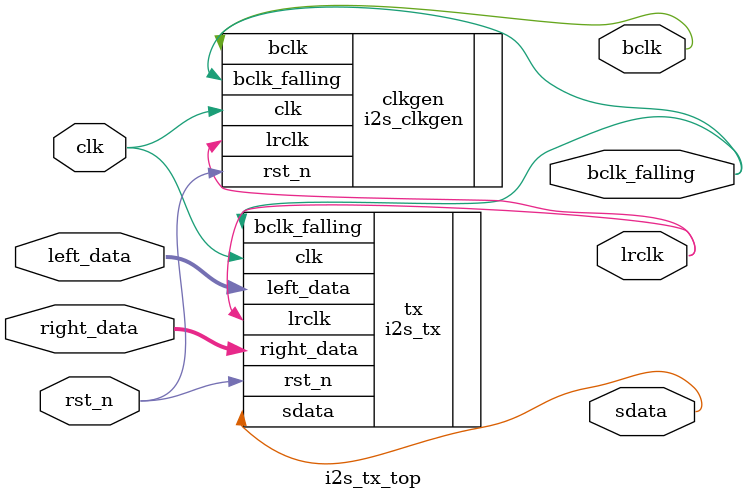
<source format=v>
module i2s_tx_top #(
    parameter CLK_DIV   = 2,
    parameter DATA_BITS = 24
) (
    input  wire                  clk,
    input  wire                  rst_n,
    input  wire [DATA_BITS-1:0]  left_data,
    input  wire [DATA_BITS-1:0]  right_data,

    output wire                  bclk,
    output wire                  lrclk,
    output wire                  bclk_falling,
    output wire                  sdata
);

    i2s_clkgen #(.CLK_DIV(CLK_DIV)) clkgen (
        .clk          (clk),
        .rst_n        (rst_n),
        .bclk         (bclk),
        .lrclk        (lrclk),
        .bclk_falling (bclk_falling)
    );

    i2s_tx #(.DATA_BITS(DATA_BITS)) tx (
        .clk          (clk),
        .rst_n        (rst_n),
        .bclk_falling (bclk_falling),
        .lrclk        (lrclk),
        .left_data    (left_data),
        .right_data   (right_data),
        .sdata        (sdata)
    );

endmodule

</source>
